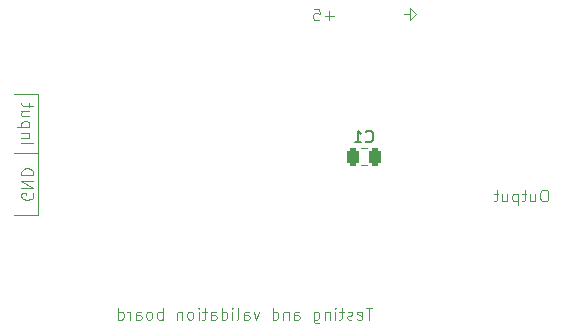
<source format=gbo>
G04 #@! TF.GenerationSoftware,KiCad,Pcbnew,9.0.0*
G04 #@! TF.CreationDate,2025-04-05T17:14:40-04:00*
G04 #@! TF.ProjectId,GeoSence_KiCad_singal_module,47656f53-656e-4636-955f-4b694361645f,rev?*
G04 #@! TF.SameCoordinates,Original*
G04 #@! TF.FileFunction,Legend,Bot*
G04 #@! TF.FilePolarity,Positive*
%FSLAX46Y46*%
G04 Gerber Fmt 4.6, Leading zero omitted, Abs format (unit mm)*
G04 Created by KiCad (PCBNEW 9.0.0) date 2025-04-05 17:14:40*
%MOMM*%
%LPD*%
G01*
G04 APERTURE LIST*
G04 Aperture macros list*
%AMRoundRect*
0 Rectangle with rounded corners*
0 $1 Rounding radius*
0 $2 $3 $4 $5 $6 $7 $8 $9 X,Y pos of 4 corners*
0 Add a 4 corners polygon primitive as box body*
4,1,4,$2,$3,$4,$5,$6,$7,$8,$9,$2,$3,0*
0 Add four circle primitives for the rounded corners*
1,1,$1+$1,$2,$3*
1,1,$1+$1,$4,$5*
1,1,$1+$1,$6,$7*
1,1,$1+$1,$8,$9*
0 Add four rect primitives between the rounded corners*
20,1,$1+$1,$2,$3,$4,$5,0*
20,1,$1+$1,$4,$5,$6,$7,0*
20,1,$1+$1,$6,$7,$8,$9,0*
20,1,$1+$1,$8,$9,$2,$3,0*%
G04 Aperture macros list end*
%ADD10C,0.100000*%
%ADD11C,0.150000*%
%ADD12C,0.120000*%
%ADD13C,1.400000*%
%ADD14O,1.400000X1.400000*%
%ADD15C,3.600000*%
%ADD16C,5.600000*%
%ADD17R,1.700000X1.700000*%
%ADD18O,1.700000X1.700000*%
%ADD19R,1.600000X1.600000*%
%ADD20O,1.600000X1.600000*%
%ADD21R,1.050000X1.500000*%
%ADD22O,1.050000X1.500000*%
%ADD23RoundRect,0.250000X0.250000X0.475000X-0.250000X0.475000X-0.250000X-0.475000X0.250000X-0.475000X0*%
G04 APERTURE END LIST*
D10*
X82500000Y-53250000D02*
X82500000Y-48250000D01*
X114000000Y-41500000D02*
X114000000Y-42000000D01*
X82500000Y-48250000D02*
X80500000Y-48250000D01*
X114000000Y-41000000D02*
X114500000Y-41500000D01*
X114500000Y-41500000D02*
X114000000Y-42000000D01*
X82500000Y-53250000D02*
X82500000Y-58500000D01*
X114000000Y-41500000D02*
X114000000Y-41000000D01*
X80500000Y-58500000D02*
X82500000Y-58500000D01*
X113500000Y-41500000D02*
X114000000Y-41500000D01*
X80500000Y-53250000D02*
X82500000Y-53250000D01*
X125505639Y-56372419D02*
X125315163Y-56372419D01*
X125315163Y-56372419D02*
X125219925Y-56420038D01*
X125219925Y-56420038D02*
X125124687Y-56515276D01*
X125124687Y-56515276D02*
X125077068Y-56705752D01*
X125077068Y-56705752D02*
X125077068Y-57039085D01*
X125077068Y-57039085D02*
X125124687Y-57229561D01*
X125124687Y-57229561D02*
X125219925Y-57324800D01*
X125219925Y-57324800D02*
X125315163Y-57372419D01*
X125315163Y-57372419D02*
X125505639Y-57372419D01*
X125505639Y-57372419D02*
X125600877Y-57324800D01*
X125600877Y-57324800D02*
X125696115Y-57229561D01*
X125696115Y-57229561D02*
X125743734Y-57039085D01*
X125743734Y-57039085D02*
X125743734Y-56705752D01*
X125743734Y-56705752D02*
X125696115Y-56515276D01*
X125696115Y-56515276D02*
X125600877Y-56420038D01*
X125600877Y-56420038D02*
X125505639Y-56372419D01*
X124219925Y-56705752D02*
X124219925Y-57372419D01*
X124648496Y-56705752D02*
X124648496Y-57229561D01*
X124648496Y-57229561D02*
X124600877Y-57324800D01*
X124600877Y-57324800D02*
X124505639Y-57372419D01*
X124505639Y-57372419D02*
X124362782Y-57372419D01*
X124362782Y-57372419D02*
X124267544Y-57324800D01*
X124267544Y-57324800D02*
X124219925Y-57277180D01*
X123886591Y-56705752D02*
X123505639Y-56705752D01*
X123743734Y-56372419D02*
X123743734Y-57229561D01*
X123743734Y-57229561D02*
X123696115Y-57324800D01*
X123696115Y-57324800D02*
X123600877Y-57372419D01*
X123600877Y-57372419D02*
X123505639Y-57372419D01*
X123172305Y-56705752D02*
X123172305Y-57705752D01*
X123172305Y-56753371D02*
X123077067Y-56705752D01*
X123077067Y-56705752D02*
X122886591Y-56705752D01*
X122886591Y-56705752D02*
X122791353Y-56753371D01*
X122791353Y-56753371D02*
X122743734Y-56800990D01*
X122743734Y-56800990D02*
X122696115Y-56896228D01*
X122696115Y-56896228D02*
X122696115Y-57181942D01*
X122696115Y-57181942D02*
X122743734Y-57277180D01*
X122743734Y-57277180D02*
X122791353Y-57324800D01*
X122791353Y-57324800D02*
X122886591Y-57372419D01*
X122886591Y-57372419D02*
X123077067Y-57372419D01*
X123077067Y-57372419D02*
X123172305Y-57324800D01*
X121838972Y-56705752D02*
X121838972Y-57372419D01*
X122267543Y-56705752D02*
X122267543Y-57229561D01*
X122267543Y-57229561D02*
X122219924Y-57324800D01*
X122219924Y-57324800D02*
X122124686Y-57372419D01*
X122124686Y-57372419D02*
X121981829Y-57372419D01*
X121981829Y-57372419D02*
X121886591Y-57324800D01*
X121886591Y-57324800D02*
X121838972Y-57277180D01*
X121505638Y-56705752D02*
X121124686Y-56705752D01*
X121362781Y-56372419D02*
X121362781Y-57229561D01*
X121362781Y-57229561D02*
X121315162Y-57324800D01*
X121315162Y-57324800D02*
X121219924Y-57372419D01*
X121219924Y-57372419D02*
X121124686Y-57372419D01*
X110838972Y-66372419D02*
X110267544Y-66372419D01*
X110553258Y-67372419D02*
X110553258Y-66372419D01*
X109553258Y-67324800D02*
X109648496Y-67372419D01*
X109648496Y-67372419D02*
X109838972Y-67372419D01*
X109838972Y-67372419D02*
X109934210Y-67324800D01*
X109934210Y-67324800D02*
X109981829Y-67229561D01*
X109981829Y-67229561D02*
X109981829Y-66848609D01*
X109981829Y-66848609D02*
X109934210Y-66753371D01*
X109934210Y-66753371D02*
X109838972Y-66705752D01*
X109838972Y-66705752D02*
X109648496Y-66705752D01*
X109648496Y-66705752D02*
X109553258Y-66753371D01*
X109553258Y-66753371D02*
X109505639Y-66848609D01*
X109505639Y-66848609D02*
X109505639Y-66943847D01*
X109505639Y-66943847D02*
X109981829Y-67039085D01*
X109124686Y-67324800D02*
X109029448Y-67372419D01*
X109029448Y-67372419D02*
X108838972Y-67372419D01*
X108838972Y-67372419D02*
X108743734Y-67324800D01*
X108743734Y-67324800D02*
X108696115Y-67229561D01*
X108696115Y-67229561D02*
X108696115Y-67181942D01*
X108696115Y-67181942D02*
X108743734Y-67086704D01*
X108743734Y-67086704D02*
X108838972Y-67039085D01*
X108838972Y-67039085D02*
X108981829Y-67039085D01*
X108981829Y-67039085D02*
X109077067Y-66991466D01*
X109077067Y-66991466D02*
X109124686Y-66896228D01*
X109124686Y-66896228D02*
X109124686Y-66848609D01*
X109124686Y-66848609D02*
X109077067Y-66753371D01*
X109077067Y-66753371D02*
X108981829Y-66705752D01*
X108981829Y-66705752D02*
X108838972Y-66705752D01*
X108838972Y-66705752D02*
X108743734Y-66753371D01*
X108410400Y-66705752D02*
X108029448Y-66705752D01*
X108267543Y-66372419D02*
X108267543Y-67229561D01*
X108267543Y-67229561D02*
X108219924Y-67324800D01*
X108219924Y-67324800D02*
X108124686Y-67372419D01*
X108124686Y-67372419D02*
X108029448Y-67372419D01*
X107696114Y-67372419D02*
X107696114Y-66705752D01*
X107696114Y-66372419D02*
X107743733Y-66420038D01*
X107743733Y-66420038D02*
X107696114Y-66467657D01*
X107696114Y-66467657D02*
X107648495Y-66420038D01*
X107648495Y-66420038D02*
X107696114Y-66372419D01*
X107696114Y-66372419D02*
X107696114Y-66467657D01*
X107219924Y-66705752D02*
X107219924Y-67372419D01*
X107219924Y-66800990D02*
X107172305Y-66753371D01*
X107172305Y-66753371D02*
X107077067Y-66705752D01*
X107077067Y-66705752D02*
X106934210Y-66705752D01*
X106934210Y-66705752D02*
X106838972Y-66753371D01*
X106838972Y-66753371D02*
X106791353Y-66848609D01*
X106791353Y-66848609D02*
X106791353Y-67372419D01*
X105886591Y-66705752D02*
X105886591Y-67515276D01*
X105886591Y-67515276D02*
X105934210Y-67610514D01*
X105934210Y-67610514D02*
X105981829Y-67658133D01*
X105981829Y-67658133D02*
X106077067Y-67705752D01*
X106077067Y-67705752D02*
X106219924Y-67705752D01*
X106219924Y-67705752D02*
X106315162Y-67658133D01*
X105886591Y-67324800D02*
X105981829Y-67372419D01*
X105981829Y-67372419D02*
X106172305Y-67372419D01*
X106172305Y-67372419D02*
X106267543Y-67324800D01*
X106267543Y-67324800D02*
X106315162Y-67277180D01*
X106315162Y-67277180D02*
X106362781Y-67181942D01*
X106362781Y-67181942D02*
X106362781Y-66896228D01*
X106362781Y-66896228D02*
X106315162Y-66800990D01*
X106315162Y-66800990D02*
X106267543Y-66753371D01*
X106267543Y-66753371D02*
X106172305Y-66705752D01*
X106172305Y-66705752D02*
X105981829Y-66705752D01*
X105981829Y-66705752D02*
X105886591Y-66753371D01*
X104219924Y-67372419D02*
X104219924Y-66848609D01*
X104219924Y-66848609D02*
X104267543Y-66753371D01*
X104267543Y-66753371D02*
X104362781Y-66705752D01*
X104362781Y-66705752D02*
X104553257Y-66705752D01*
X104553257Y-66705752D02*
X104648495Y-66753371D01*
X104219924Y-67324800D02*
X104315162Y-67372419D01*
X104315162Y-67372419D02*
X104553257Y-67372419D01*
X104553257Y-67372419D02*
X104648495Y-67324800D01*
X104648495Y-67324800D02*
X104696114Y-67229561D01*
X104696114Y-67229561D02*
X104696114Y-67134323D01*
X104696114Y-67134323D02*
X104648495Y-67039085D01*
X104648495Y-67039085D02*
X104553257Y-66991466D01*
X104553257Y-66991466D02*
X104315162Y-66991466D01*
X104315162Y-66991466D02*
X104219924Y-66943847D01*
X103743733Y-66705752D02*
X103743733Y-67372419D01*
X103743733Y-66800990D02*
X103696114Y-66753371D01*
X103696114Y-66753371D02*
X103600876Y-66705752D01*
X103600876Y-66705752D02*
X103458019Y-66705752D01*
X103458019Y-66705752D02*
X103362781Y-66753371D01*
X103362781Y-66753371D02*
X103315162Y-66848609D01*
X103315162Y-66848609D02*
X103315162Y-67372419D01*
X102410400Y-67372419D02*
X102410400Y-66372419D01*
X102410400Y-67324800D02*
X102505638Y-67372419D01*
X102505638Y-67372419D02*
X102696114Y-67372419D01*
X102696114Y-67372419D02*
X102791352Y-67324800D01*
X102791352Y-67324800D02*
X102838971Y-67277180D01*
X102838971Y-67277180D02*
X102886590Y-67181942D01*
X102886590Y-67181942D02*
X102886590Y-66896228D01*
X102886590Y-66896228D02*
X102838971Y-66800990D01*
X102838971Y-66800990D02*
X102791352Y-66753371D01*
X102791352Y-66753371D02*
X102696114Y-66705752D01*
X102696114Y-66705752D02*
X102505638Y-66705752D01*
X102505638Y-66705752D02*
X102410400Y-66753371D01*
X101267542Y-66705752D02*
X101029447Y-67372419D01*
X101029447Y-67372419D02*
X100791352Y-66705752D01*
X99981828Y-67372419D02*
X99981828Y-66848609D01*
X99981828Y-66848609D02*
X100029447Y-66753371D01*
X100029447Y-66753371D02*
X100124685Y-66705752D01*
X100124685Y-66705752D02*
X100315161Y-66705752D01*
X100315161Y-66705752D02*
X100410399Y-66753371D01*
X99981828Y-67324800D02*
X100077066Y-67372419D01*
X100077066Y-67372419D02*
X100315161Y-67372419D01*
X100315161Y-67372419D02*
X100410399Y-67324800D01*
X100410399Y-67324800D02*
X100458018Y-67229561D01*
X100458018Y-67229561D02*
X100458018Y-67134323D01*
X100458018Y-67134323D02*
X100410399Y-67039085D01*
X100410399Y-67039085D02*
X100315161Y-66991466D01*
X100315161Y-66991466D02*
X100077066Y-66991466D01*
X100077066Y-66991466D02*
X99981828Y-66943847D01*
X99362780Y-67372419D02*
X99458018Y-67324800D01*
X99458018Y-67324800D02*
X99505637Y-67229561D01*
X99505637Y-67229561D02*
X99505637Y-66372419D01*
X98981827Y-67372419D02*
X98981827Y-66705752D01*
X98981827Y-66372419D02*
X99029446Y-66420038D01*
X99029446Y-66420038D02*
X98981827Y-66467657D01*
X98981827Y-66467657D02*
X98934208Y-66420038D01*
X98934208Y-66420038D02*
X98981827Y-66372419D01*
X98981827Y-66372419D02*
X98981827Y-66467657D01*
X98077066Y-67372419D02*
X98077066Y-66372419D01*
X98077066Y-67324800D02*
X98172304Y-67372419D01*
X98172304Y-67372419D02*
X98362780Y-67372419D01*
X98362780Y-67372419D02*
X98458018Y-67324800D01*
X98458018Y-67324800D02*
X98505637Y-67277180D01*
X98505637Y-67277180D02*
X98553256Y-67181942D01*
X98553256Y-67181942D02*
X98553256Y-66896228D01*
X98553256Y-66896228D02*
X98505637Y-66800990D01*
X98505637Y-66800990D02*
X98458018Y-66753371D01*
X98458018Y-66753371D02*
X98362780Y-66705752D01*
X98362780Y-66705752D02*
X98172304Y-66705752D01*
X98172304Y-66705752D02*
X98077066Y-66753371D01*
X97172304Y-67372419D02*
X97172304Y-66848609D01*
X97172304Y-66848609D02*
X97219923Y-66753371D01*
X97219923Y-66753371D02*
X97315161Y-66705752D01*
X97315161Y-66705752D02*
X97505637Y-66705752D01*
X97505637Y-66705752D02*
X97600875Y-66753371D01*
X97172304Y-67324800D02*
X97267542Y-67372419D01*
X97267542Y-67372419D02*
X97505637Y-67372419D01*
X97505637Y-67372419D02*
X97600875Y-67324800D01*
X97600875Y-67324800D02*
X97648494Y-67229561D01*
X97648494Y-67229561D02*
X97648494Y-67134323D01*
X97648494Y-67134323D02*
X97600875Y-67039085D01*
X97600875Y-67039085D02*
X97505637Y-66991466D01*
X97505637Y-66991466D02*
X97267542Y-66991466D01*
X97267542Y-66991466D02*
X97172304Y-66943847D01*
X96838970Y-66705752D02*
X96458018Y-66705752D01*
X96696113Y-66372419D02*
X96696113Y-67229561D01*
X96696113Y-67229561D02*
X96648494Y-67324800D01*
X96648494Y-67324800D02*
X96553256Y-67372419D01*
X96553256Y-67372419D02*
X96458018Y-67372419D01*
X96124684Y-67372419D02*
X96124684Y-66705752D01*
X96124684Y-66372419D02*
X96172303Y-66420038D01*
X96172303Y-66420038D02*
X96124684Y-66467657D01*
X96124684Y-66467657D02*
X96077065Y-66420038D01*
X96077065Y-66420038D02*
X96124684Y-66372419D01*
X96124684Y-66372419D02*
X96124684Y-66467657D01*
X95505637Y-67372419D02*
X95600875Y-67324800D01*
X95600875Y-67324800D02*
X95648494Y-67277180D01*
X95648494Y-67277180D02*
X95696113Y-67181942D01*
X95696113Y-67181942D02*
X95696113Y-66896228D01*
X95696113Y-66896228D02*
X95648494Y-66800990D01*
X95648494Y-66800990D02*
X95600875Y-66753371D01*
X95600875Y-66753371D02*
X95505637Y-66705752D01*
X95505637Y-66705752D02*
X95362780Y-66705752D01*
X95362780Y-66705752D02*
X95267542Y-66753371D01*
X95267542Y-66753371D02*
X95219923Y-66800990D01*
X95219923Y-66800990D02*
X95172304Y-66896228D01*
X95172304Y-66896228D02*
X95172304Y-67181942D01*
X95172304Y-67181942D02*
X95219923Y-67277180D01*
X95219923Y-67277180D02*
X95267542Y-67324800D01*
X95267542Y-67324800D02*
X95362780Y-67372419D01*
X95362780Y-67372419D02*
X95505637Y-67372419D01*
X94743732Y-66705752D02*
X94743732Y-67372419D01*
X94743732Y-66800990D02*
X94696113Y-66753371D01*
X94696113Y-66753371D02*
X94600875Y-66705752D01*
X94600875Y-66705752D02*
X94458018Y-66705752D01*
X94458018Y-66705752D02*
X94362780Y-66753371D01*
X94362780Y-66753371D02*
X94315161Y-66848609D01*
X94315161Y-66848609D02*
X94315161Y-67372419D01*
X93077065Y-67372419D02*
X93077065Y-66372419D01*
X93077065Y-66753371D02*
X92981827Y-66705752D01*
X92981827Y-66705752D02*
X92791351Y-66705752D01*
X92791351Y-66705752D02*
X92696113Y-66753371D01*
X92696113Y-66753371D02*
X92648494Y-66800990D01*
X92648494Y-66800990D02*
X92600875Y-66896228D01*
X92600875Y-66896228D02*
X92600875Y-67181942D01*
X92600875Y-67181942D02*
X92648494Y-67277180D01*
X92648494Y-67277180D02*
X92696113Y-67324800D01*
X92696113Y-67324800D02*
X92791351Y-67372419D01*
X92791351Y-67372419D02*
X92981827Y-67372419D01*
X92981827Y-67372419D02*
X93077065Y-67324800D01*
X92029446Y-67372419D02*
X92124684Y-67324800D01*
X92124684Y-67324800D02*
X92172303Y-67277180D01*
X92172303Y-67277180D02*
X92219922Y-67181942D01*
X92219922Y-67181942D02*
X92219922Y-66896228D01*
X92219922Y-66896228D02*
X92172303Y-66800990D01*
X92172303Y-66800990D02*
X92124684Y-66753371D01*
X92124684Y-66753371D02*
X92029446Y-66705752D01*
X92029446Y-66705752D02*
X91886589Y-66705752D01*
X91886589Y-66705752D02*
X91791351Y-66753371D01*
X91791351Y-66753371D02*
X91743732Y-66800990D01*
X91743732Y-66800990D02*
X91696113Y-66896228D01*
X91696113Y-66896228D02*
X91696113Y-67181942D01*
X91696113Y-67181942D02*
X91743732Y-67277180D01*
X91743732Y-67277180D02*
X91791351Y-67324800D01*
X91791351Y-67324800D02*
X91886589Y-67372419D01*
X91886589Y-67372419D02*
X92029446Y-67372419D01*
X90838970Y-67372419D02*
X90838970Y-66848609D01*
X90838970Y-66848609D02*
X90886589Y-66753371D01*
X90886589Y-66753371D02*
X90981827Y-66705752D01*
X90981827Y-66705752D02*
X91172303Y-66705752D01*
X91172303Y-66705752D02*
X91267541Y-66753371D01*
X90838970Y-67324800D02*
X90934208Y-67372419D01*
X90934208Y-67372419D02*
X91172303Y-67372419D01*
X91172303Y-67372419D02*
X91267541Y-67324800D01*
X91267541Y-67324800D02*
X91315160Y-67229561D01*
X91315160Y-67229561D02*
X91315160Y-67134323D01*
X91315160Y-67134323D02*
X91267541Y-67039085D01*
X91267541Y-67039085D02*
X91172303Y-66991466D01*
X91172303Y-66991466D02*
X90934208Y-66991466D01*
X90934208Y-66991466D02*
X90838970Y-66943847D01*
X90362779Y-67372419D02*
X90362779Y-66705752D01*
X90362779Y-66896228D02*
X90315160Y-66800990D01*
X90315160Y-66800990D02*
X90267541Y-66753371D01*
X90267541Y-66753371D02*
X90172303Y-66705752D01*
X90172303Y-66705752D02*
X90077065Y-66705752D01*
X89315160Y-67372419D02*
X89315160Y-66372419D01*
X89315160Y-67324800D02*
X89410398Y-67372419D01*
X89410398Y-67372419D02*
X89600874Y-67372419D01*
X89600874Y-67372419D02*
X89696112Y-67324800D01*
X89696112Y-67324800D02*
X89743731Y-67277180D01*
X89743731Y-67277180D02*
X89791350Y-67181942D01*
X89791350Y-67181942D02*
X89791350Y-66896228D01*
X89791350Y-66896228D02*
X89743731Y-66800990D01*
X89743731Y-66800990D02*
X89696112Y-66753371D01*
X89696112Y-66753371D02*
X89600874Y-66705752D01*
X89600874Y-66705752D02*
X89410398Y-66705752D01*
X89410398Y-66705752D02*
X89315160Y-66753371D01*
X107591115Y-41656466D02*
X106829211Y-41656466D01*
X107210163Y-42037419D02*
X107210163Y-41275514D01*
X105876830Y-41037419D02*
X106353020Y-41037419D01*
X106353020Y-41037419D02*
X106400639Y-41513609D01*
X106400639Y-41513609D02*
X106353020Y-41465990D01*
X106353020Y-41465990D02*
X106257782Y-41418371D01*
X106257782Y-41418371D02*
X106019687Y-41418371D01*
X106019687Y-41418371D02*
X105924449Y-41465990D01*
X105924449Y-41465990D02*
X105876830Y-41513609D01*
X105876830Y-41513609D02*
X105829211Y-41608847D01*
X105829211Y-41608847D02*
X105829211Y-41846942D01*
X105829211Y-41846942D02*
X105876830Y-41942180D01*
X105876830Y-41942180D02*
X105924449Y-41989800D01*
X105924449Y-41989800D02*
X106019687Y-42037419D01*
X106019687Y-42037419D02*
X106257782Y-42037419D01*
X106257782Y-42037419D02*
X106353020Y-41989800D01*
X106353020Y-41989800D02*
X106400639Y-41942180D01*
X82079961Y-56672306D02*
X82127580Y-56767544D01*
X82127580Y-56767544D02*
X82127580Y-56910401D01*
X82127580Y-56910401D02*
X82079961Y-57053258D01*
X82079961Y-57053258D02*
X81984723Y-57148496D01*
X81984723Y-57148496D02*
X81889485Y-57196115D01*
X81889485Y-57196115D02*
X81699009Y-57243734D01*
X81699009Y-57243734D02*
X81556152Y-57243734D01*
X81556152Y-57243734D02*
X81365676Y-57196115D01*
X81365676Y-57196115D02*
X81270438Y-57148496D01*
X81270438Y-57148496D02*
X81175200Y-57053258D01*
X81175200Y-57053258D02*
X81127580Y-56910401D01*
X81127580Y-56910401D02*
X81127580Y-56815163D01*
X81127580Y-56815163D02*
X81175200Y-56672306D01*
X81175200Y-56672306D02*
X81222819Y-56624687D01*
X81222819Y-56624687D02*
X81556152Y-56624687D01*
X81556152Y-56624687D02*
X81556152Y-56815163D01*
X81127580Y-56196115D02*
X82127580Y-56196115D01*
X82127580Y-56196115D02*
X81127580Y-55624687D01*
X81127580Y-55624687D02*
X82127580Y-55624687D01*
X81127580Y-55148496D02*
X82127580Y-55148496D01*
X82127580Y-55148496D02*
X82127580Y-54910401D01*
X82127580Y-54910401D02*
X82079961Y-54767544D01*
X82079961Y-54767544D02*
X81984723Y-54672306D01*
X81984723Y-54672306D02*
X81889485Y-54624687D01*
X81889485Y-54624687D02*
X81699009Y-54577068D01*
X81699009Y-54577068D02*
X81556152Y-54577068D01*
X81556152Y-54577068D02*
X81365676Y-54624687D01*
X81365676Y-54624687D02*
X81270438Y-54672306D01*
X81270438Y-54672306D02*
X81175200Y-54767544D01*
X81175200Y-54767544D02*
X81127580Y-54910401D01*
X81127580Y-54910401D02*
X81127580Y-55148496D01*
X81127580Y-52446115D02*
X82127580Y-52446115D01*
X81794247Y-51969925D02*
X81127580Y-51969925D01*
X81699009Y-51969925D02*
X81746628Y-51922306D01*
X81746628Y-51922306D02*
X81794247Y-51827068D01*
X81794247Y-51827068D02*
X81794247Y-51684211D01*
X81794247Y-51684211D02*
X81746628Y-51588973D01*
X81746628Y-51588973D02*
X81651390Y-51541354D01*
X81651390Y-51541354D02*
X81127580Y-51541354D01*
X81794247Y-51065163D02*
X80794247Y-51065163D01*
X81746628Y-51065163D02*
X81794247Y-50969925D01*
X81794247Y-50969925D02*
X81794247Y-50779449D01*
X81794247Y-50779449D02*
X81746628Y-50684211D01*
X81746628Y-50684211D02*
X81699009Y-50636592D01*
X81699009Y-50636592D02*
X81603771Y-50588973D01*
X81603771Y-50588973D02*
X81318057Y-50588973D01*
X81318057Y-50588973D02*
X81222819Y-50636592D01*
X81222819Y-50636592D02*
X81175200Y-50684211D01*
X81175200Y-50684211D02*
X81127580Y-50779449D01*
X81127580Y-50779449D02*
X81127580Y-50969925D01*
X81127580Y-50969925D02*
X81175200Y-51065163D01*
X81794247Y-49731830D02*
X81127580Y-49731830D01*
X81794247Y-50160401D02*
X81270438Y-50160401D01*
X81270438Y-50160401D02*
X81175200Y-50112782D01*
X81175200Y-50112782D02*
X81127580Y-50017544D01*
X81127580Y-50017544D02*
X81127580Y-49874687D01*
X81127580Y-49874687D02*
X81175200Y-49779449D01*
X81175200Y-49779449D02*
X81222819Y-49731830D01*
X81794247Y-49398496D02*
X81794247Y-49017544D01*
X82127580Y-49255639D02*
X81270438Y-49255639D01*
X81270438Y-49255639D02*
X81175200Y-49208020D01*
X81175200Y-49208020D02*
X81127580Y-49112782D01*
X81127580Y-49112782D02*
X81127580Y-49017544D01*
D11*
X110290442Y-52273081D02*
X110338061Y-52320701D01*
X110338061Y-52320701D02*
X110480918Y-52368320D01*
X110480918Y-52368320D02*
X110576156Y-52368320D01*
X110576156Y-52368320D02*
X110719013Y-52320701D01*
X110719013Y-52320701D02*
X110814251Y-52225462D01*
X110814251Y-52225462D02*
X110861870Y-52130224D01*
X110861870Y-52130224D02*
X110909489Y-51939748D01*
X110909489Y-51939748D02*
X110909489Y-51796891D01*
X110909489Y-51796891D02*
X110861870Y-51606415D01*
X110861870Y-51606415D02*
X110814251Y-51511177D01*
X110814251Y-51511177D02*
X110719013Y-51415939D01*
X110719013Y-51415939D02*
X110576156Y-51368320D01*
X110576156Y-51368320D02*
X110480918Y-51368320D01*
X110480918Y-51368320D02*
X110338061Y-51415939D01*
X110338061Y-51415939D02*
X110290442Y-51463558D01*
X109338061Y-52368320D02*
X109909489Y-52368320D01*
X109623775Y-52368320D02*
X109623775Y-51368320D01*
X109623775Y-51368320D02*
X109719013Y-51511177D01*
X109719013Y-51511177D02*
X109814251Y-51606415D01*
X109814251Y-51606415D02*
X109909489Y-51654034D01*
D12*
X109862524Y-52858501D02*
X110385028Y-52858501D01*
X109862524Y-54328501D02*
X110385028Y-54328501D01*
%LPC*%
D13*
X111500000Y-46140000D03*
D14*
X116580000Y-46140000D03*
D15*
X80000000Y-65500000D03*
D16*
X80000000Y-65500000D03*
D15*
X80000000Y-42500000D03*
D16*
X80000000Y-42500000D03*
D17*
X84500000Y-52225000D03*
D18*
X84500000Y-54765000D03*
D13*
X103270000Y-61140000D03*
D14*
X108350000Y-61140000D03*
D19*
X90770000Y-43140000D03*
D20*
X98390000Y-43140000D03*
D21*
X94000000Y-48000000D03*
D22*
X95270000Y-48000000D03*
X96540000Y-48000000D03*
D15*
X123000000Y-65500000D03*
D16*
X123000000Y-65500000D03*
D13*
X103270000Y-51140000D03*
D14*
X103270000Y-56220000D03*
D17*
X123500000Y-52225000D03*
D18*
X123500000Y-54765000D03*
D13*
X103270000Y-46140000D03*
D14*
X108350000Y-46140000D03*
D13*
X90770000Y-56140000D03*
D14*
X90770000Y-61220000D03*
D17*
X109225000Y-41500000D03*
D18*
X111765000Y-41500000D03*
D13*
X90770000Y-51180000D03*
D14*
X90770000Y-46100000D03*
D21*
X96540000Y-59280000D03*
D22*
X95270000Y-59280000D03*
X94000000Y-59280000D03*
D13*
X97540000Y-53701100D03*
D14*
X92460000Y-53701100D03*
D13*
X99770000Y-51220000D03*
D14*
X99770000Y-46140000D03*
D13*
X119000000Y-60040000D03*
D14*
X119000000Y-54960000D03*
D17*
X78770000Y-49700000D03*
D18*
X78770000Y-52240000D03*
X78770000Y-54780000D03*
X78770000Y-57320000D03*
D19*
X98390000Y-64140000D03*
D20*
X90770000Y-64140000D03*
D13*
X111460000Y-61140000D03*
D14*
X116540000Y-61140000D03*
D13*
X99770000Y-56100000D03*
D14*
X99770000Y-61180000D03*
D15*
X123000000Y-42500000D03*
D16*
X123000000Y-42500000D03*
D13*
X119000000Y-47460000D03*
D14*
X119000000Y-52540000D03*
D23*
X111073776Y-53593501D03*
X109173776Y-53593501D03*
%LPD*%
M02*

</source>
